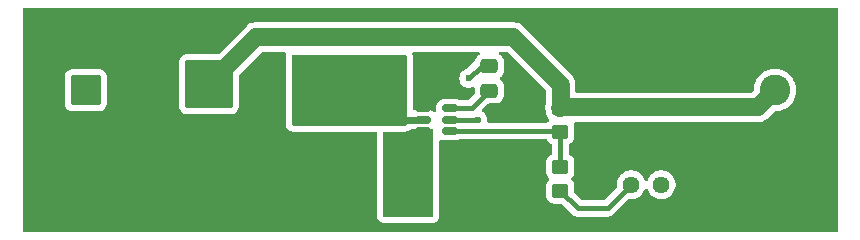
<source format=gbr>
%TF.GenerationSoftware,KiCad,Pcbnew,9.0.6*%
%TF.CreationDate,2026-01-20T00:14:11+05:30*%
%TF.ProjectId,buck_conv_lmr51430,6275636b-5f63-46f6-9e76-5f6c6d723531,rev?*%
%TF.SameCoordinates,Original*%
%TF.FileFunction,Copper,L1,Top*%
%TF.FilePolarity,Positive*%
%FSLAX46Y46*%
G04 Gerber Fmt 4.6, Leading zero omitted, Abs format (unit mm)*
G04 Created by KiCad (PCBNEW 9.0.6) date 2026-01-20 00:14:11*
%MOMM*%
%LPD*%
G01*
G04 APERTURE LIST*
G04 Aperture macros list*
%AMRoundRect*
0 Rectangle with rounded corners*
0 $1 Rounding radius*
0 $2 $3 $4 $5 $6 $7 $8 $9 X,Y pos of 4 corners*
0 Add a 4 corners polygon primitive as box body*
4,1,4,$2,$3,$4,$5,$6,$7,$8,$9,$2,$3,0*
0 Add four circle primitives for the rounded corners*
1,1,$1+$1,$2,$3*
1,1,$1+$1,$4,$5*
1,1,$1+$1,$6,$7*
1,1,$1+$1,$8,$9*
0 Add four rect primitives between the rounded corners*
20,1,$1+$1,$2,$3,$4,$5,0*
20,1,$1+$1,$4,$5,$6,$7,0*
20,1,$1+$1,$6,$7,$8,$9,0*
20,1,$1+$1,$8,$9,$2,$3,0*%
G04 Aperture macros list end*
%TA.AperFunction,SMDPad,CuDef*%
%ADD10RoundRect,0.150000X-0.512500X-0.150000X0.512500X-0.150000X0.512500X0.150000X-0.512500X0.150000X0*%
%TD*%
%TA.AperFunction,SMDPad,CuDef*%
%ADD11RoundRect,0.250000X-0.475000X0.337500X-0.475000X-0.337500X0.475000X-0.337500X0.475000X0.337500X0*%
%TD*%
%TA.AperFunction,SMDPad,CuDef*%
%ADD12RoundRect,0.250000X-0.337500X-0.475000X0.337500X-0.475000X0.337500X0.475000X-0.337500X0.475000X0*%
%TD*%
%TA.AperFunction,ComponentPad*%
%ADD13C,1.440000*%
%TD*%
%TA.AperFunction,ComponentPad*%
%ADD14RoundRect,0.250000X-1.050000X1.050000X-1.050000X-1.050000X1.050000X-1.050000X1.050000X1.050000X0*%
%TD*%
%TA.AperFunction,ComponentPad*%
%ADD15C,2.600000*%
%TD*%
%TA.AperFunction,SMDPad,CuDef*%
%ADD16RoundRect,0.250000X0.475000X-0.337500X0.475000X0.337500X-0.475000X0.337500X-0.475000X-0.337500X0*%
%TD*%
%TA.AperFunction,SMDPad,CuDef*%
%ADD17RoundRect,0.250000X-0.450000X0.350000X-0.450000X-0.350000X0.450000X-0.350000X0.450000X0.350000X0*%
%TD*%
%TA.AperFunction,SMDPad,CuDef*%
%ADD18RoundRect,0.250002X1.799998X1.799998X-1.799998X1.799998X-1.799998X-1.799998X1.799998X-1.799998X0*%
%TD*%
%TA.AperFunction,ComponentPad*%
%ADD19RoundRect,0.250000X1.050000X-1.050000X1.050000X1.050000X-1.050000X1.050000X-1.050000X-1.050000X0*%
%TD*%
%TA.AperFunction,ViaPad*%
%ADD20C,0.600000*%
%TD*%
%TA.AperFunction,Conductor*%
%ADD21C,0.400000*%
%TD*%
%TA.AperFunction,Conductor*%
%ADD22C,0.600000*%
%TD*%
%TA.AperFunction,Conductor*%
%ADD23C,1.500000*%
%TD*%
G04 APERTURE END LIST*
D10*
%TO.P,U1,1,GND*%
%TO.N,GND*%
X154362500Y-89050000D03*
%TO.P,U1,2,SW*%
%TO.N,/SW*%
X154362500Y-90000000D03*
%TO.P,U1,3,VIN*%
%TO.N,/VIN*%
X154362500Y-90950000D03*
%TO.P,U1,4,FB*%
%TO.N,/FB*%
X156637500Y-90950000D03*
%TO.P,U1,5,EN*%
%TO.N,/VIN*%
X156637500Y-90000000D03*
%TO.P,U1,6,CB*%
%TO.N,Net-(U1-CB)*%
X156637500Y-89050000D03*
%TD*%
D11*
%TO.P,C4,1*%
%TO.N,/VOUT*%
X172000000Y-88962500D03*
%TO.P,C4,2*%
%TO.N,GND*%
X172000000Y-91037500D03*
%TD*%
D12*
%TO.P,C2,1*%
%TO.N,/VIN*%
X154462500Y-94000000D03*
%TO.P,C2,2*%
%TO.N,GND*%
X156537500Y-94000000D03*
%TD*%
D13*
%TO.P,RV1,1,1*%
%TO.N,unconnected-(RV1-Pad1)*%
X174540000Y-95500000D03*
%TO.P,RV1,2,2*%
%TO.N,Net-(R2-Pad2)*%
X172000000Y-95500000D03*
%TO.P,RV1,3,3*%
%TO.N,GND*%
X169460000Y-95500000D03*
%TD*%
D14*
%TO.P,J1,1,Pin_1*%
%TO.N,/VIN*%
X125827500Y-87500000D03*
D15*
%TO.P,J1,2,Pin_2*%
%TO.N,GND*%
X125827500Y-92500000D03*
%TD*%
D16*
%TO.P,C3,1*%
%TO.N,Net-(U1-CB)*%
X160000000Y-87537500D03*
%TO.P,C3,2*%
%TO.N,/SW*%
X160000000Y-85462500D03*
%TD*%
D17*
%TO.P,R2,1*%
%TO.N,/FB*%
X166000000Y-94000000D03*
%TO.P,R2,2*%
%TO.N,Net-(R2-Pad2)*%
X166000000Y-96000000D03*
%TD*%
D11*
%TO.P,C6,1*%
%TO.N,/VOUT*%
X175000000Y-88962500D03*
%TO.P,C6,2*%
%TO.N,GND*%
X175000000Y-91037500D03*
%TD*%
D12*
%TO.P,C1,1*%
%TO.N,/VIN*%
X154462500Y-97000000D03*
%TO.P,C1,2*%
%TO.N,GND*%
X156537500Y-97000000D03*
%TD*%
D17*
%TO.P,R1,1*%
%TO.N,/VOUT*%
X166000000Y-89000000D03*
%TO.P,R1,2*%
%TO.N,/FB*%
X166000000Y-91000000D03*
%TD*%
D18*
%TO.P,L1,1,1*%
%TO.N,/SW*%
X145750000Y-87000000D03*
%TO.P,L1,2,2*%
%TO.N,/VOUT*%
X136250000Y-87000000D03*
%TD*%
D11*
%TO.P,C5,1*%
%TO.N,/VOUT*%
X168990000Y-88962500D03*
%TO.P,C5,2*%
%TO.N,GND*%
X168990000Y-91037500D03*
%TD*%
D19*
%TO.P,J2,1,Pin_1*%
%TO.N,GND*%
X184172500Y-92500000D03*
D15*
%TO.P,J2,2,Pin_2*%
%TO.N,/VOUT*%
X184172500Y-87500000D03*
%TD*%
D20*
%TO.N,GND*%
X187500000Y-97500000D03*
X130000000Y-87500000D03*
X187500000Y-90000000D03*
X127500000Y-97500000D03*
X154500000Y-86500000D03*
X158500000Y-94500000D03*
X175500000Y-92500000D03*
X174500000Y-92500000D03*
X140000000Y-95000000D03*
X155500000Y-86500000D03*
X187500000Y-85000000D03*
X130000000Y-95000000D03*
X187500000Y-82500000D03*
X163000000Y-89500000D03*
X159500000Y-94500000D03*
X172500000Y-82500000D03*
X175000000Y-85000000D03*
X122500000Y-97500000D03*
X137500000Y-97500000D03*
X122500000Y-87500000D03*
X140000000Y-87500000D03*
X172500000Y-85000000D03*
X156500000Y-86500000D03*
X125000000Y-97500000D03*
X182500000Y-82500000D03*
X132500000Y-82500000D03*
X145000000Y-97500000D03*
X122500000Y-92500000D03*
X162500000Y-97500000D03*
X162000000Y-87500000D03*
X130000000Y-82500000D03*
X132500000Y-90000000D03*
X140000000Y-90000000D03*
X165000000Y-97500000D03*
X180000000Y-92500000D03*
X122500000Y-85000000D03*
X180000000Y-85000000D03*
X187500000Y-95000000D03*
X159500000Y-93500000D03*
X158500000Y-96500000D03*
X142500000Y-95000000D03*
X155500000Y-87500000D03*
X142500000Y-90000000D03*
X156500000Y-87500000D03*
X167500000Y-85000000D03*
X158500000Y-97500000D03*
X165000000Y-82500000D03*
X142500000Y-87500000D03*
X130000000Y-97500000D03*
X185000000Y-82500000D03*
X177500000Y-82500000D03*
X158500000Y-92500000D03*
X182500000Y-85000000D03*
X145000000Y-95000000D03*
X170000000Y-85000000D03*
X168500000Y-92500000D03*
X177500000Y-92500000D03*
X158500000Y-93500000D03*
X140000000Y-97500000D03*
X132500000Y-97500000D03*
X169500000Y-92500000D03*
X130000000Y-85000000D03*
X185000000Y-97500000D03*
X170000000Y-82500000D03*
X175000000Y-82500000D03*
X182500000Y-97500000D03*
X187500000Y-92500000D03*
X135000000Y-97500000D03*
X135000000Y-82500000D03*
X135000000Y-95000000D03*
X147500000Y-97500000D03*
X171500000Y-92500000D03*
X177500000Y-85000000D03*
X122500000Y-90000000D03*
X180000000Y-82500000D03*
X132500000Y-87500000D03*
X127500000Y-82500000D03*
X163000000Y-87500000D03*
X162000000Y-88500000D03*
X122500000Y-95000000D03*
X132500000Y-95000000D03*
X142500000Y-97500000D03*
X122500000Y-82500000D03*
X125000000Y-82500000D03*
X159500000Y-92500000D03*
X172500000Y-92500000D03*
X132500000Y-85000000D03*
X187500000Y-87500000D03*
X167500000Y-82500000D03*
X162000000Y-89500000D03*
X137500000Y-95000000D03*
X163000000Y-88500000D03*
X154500000Y-87500000D03*
X147500000Y-95000000D03*
%TO.N,/VIN*%
X152500000Y-92000000D03*
X152500000Y-94000000D03*
X159000000Y-90000000D03*
X151500000Y-94000000D03*
X152500000Y-93000000D03*
X151500000Y-92000000D03*
X151500000Y-93000000D03*
%TO.N,/SW*%
X152500000Y-89000000D03*
X150500000Y-90000000D03*
X151500000Y-90000000D03*
X150500000Y-89000000D03*
X158250000Y-86500000D03*
X151500000Y-89000000D03*
X152500000Y-90000000D03*
%TD*%
D21*
%TO.N,Net-(U1-CB)*%
X160000000Y-87537500D02*
X158487500Y-89050000D01*
X158487500Y-89050000D02*
X156637500Y-89050000D01*
%TO.N,Net-(R2-Pad2)*%
X166000000Y-96000000D02*
X167500000Y-97500000D01*
X167500000Y-97500000D02*
X170000000Y-97500000D01*
X170000000Y-97500000D02*
X172000000Y-95500000D01*
%TO.N,/VIN*%
X156637500Y-90000000D02*
X159000000Y-90000000D01*
%TO.N,/SW*%
X158250000Y-86500000D02*
X159250000Y-85500000D01*
X159250000Y-85500000D02*
X159962500Y-85500000D01*
D22*
X152500000Y-90000000D02*
X154362500Y-90000000D01*
D21*
X159962500Y-85500000D02*
X160000000Y-85462500D01*
D23*
%TO.N,/VOUT*%
X166037500Y-88962500D02*
X166037500Y-87037500D01*
X166037500Y-88962500D02*
X166000000Y-89000000D01*
X182710000Y-88962500D02*
X175000000Y-88962500D01*
X175000000Y-88962500D02*
X172000000Y-88962500D01*
X184172500Y-87500000D02*
X182710000Y-88962500D01*
X162000000Y-83000000D02*
X140250000Y-83000000D01*
X140250000Y-83000000D02*
X136250000Y-87000000D01*
X168990000Y-88962500D02*
X166037500Y-88962500D01*
X166037500Y-87037500D02*
X162000000Y-83000000D01*
X172000000Y-88962500D02*
X168990000Y-88962500D01*
D21*
%TO.N,/FB*%
X165950000Y-90950000D02*
X156637500Y-90950000D01*
X166000000Y-91000000D02*
X165950000Y-90950000D01*
X166000000Y-91000000D02*
X166000000Y-94000000D01*
%TD*%
%TA.AperFunction,Conductor*%
%TO.N,/SW*%
G36*
X152943039Y-84519685D02*
G01*
X152988794Y-84572489D01*
X153000000Y-84624000D01*
X153000000Y-90376000D01*
X152980315Y-90443039D01*
X152927511Y-90488794D01*
X152876000Y-90500000D01*
X143374000Y-90500000D01*
X143365314Y-90497449D01*
X143356353Y-90498738D01*
X143332312Y-90487759D01*
X143306961Y-90480315D01*
X143301033Y-90473474D01*
X143292797Y-90469713D01*
X143278507Y-90447478D01*
X143261206Y-90427511D01*
X143258918Y-90416996D01*
X143255023Y-90410935D01*
X143250000Y-90376000D01*
X143250000Y-90305811D01*
X143259439Y-90258358D01*
X143269737Y-90233497D01*
X143300500Y-90078842D01*
X143300500Y-89921158D01*
X143300500Y-89921155D01*
X143300499Y-89921153D01*
X143269739Y-89766511D01*
X143269738Y-89766510D01*
X143269737Y-89766503D01*
X143259437Y-89741636D01*
X143250000Y-89694189D01*
X143250000Y-87805811D01*
X143259439Y-87758358D01*
X143269737Y-87733497D01*
X143300500Y-87578842D01*
X143300500Y-87421158D01*
X143300500Y-87421155D01*
X143300499Y-87421153D01*
X143269739Y-87266511D01*
X143269738Y-87266510D01*
X143269737Y-87266503D01*
X143259437Y-87241636D01*
X143250000Y-87194189D01*
X143250000Y-84624000D01*
X143269685Y-84556961D01*
X143322489Y-84511206D01*
X143374000Y-84500000D01*
X152876000Y-84500000D01*
X152943039Y-84519685D01*
G37*
%TD.AperFunction*%
%TD*%
%TA.AperFunction,Conductor*%
%TO.N,GND*%
G36*
X161497703Y-84270185D02*
G01*
X161518345Y-84286819D01*
X164750681Y-87519155D01*
X164784166Y-87580478D01*
X164787000Y-87606836D01*
X164787000Y-88666886D01*
X164781372Y-88702418D01*
X164781429Y-88702432D01*
X164781258Y-88703144D01*
X164780932Y-88705199D01*
X164780315Y-88707098D01*
X164780290Y-88707177D01*
X164749500Y-88901577D01*
X164749500Y-89098422D01*
X164780290Y-89292824D01*
X164793432Y-89333272D01*
X164799500Y-89371584D01*
X164799500Y-89400000D01*
X164799501Y-89400018D01*
X164810001Y-89502797D01*
X164810001Y-89502799D01*
X164865185Y-89669331D01*
X164865187Y-89669336D01*
X164900069Y-89725888D01*
X164941339Y-89792799D01*
X164957289Y-89818657D01*
X165050951Y-89912319D01*
X165054268Y-89918394D01*
X165059949Y-89922352D01*
X165070798Y-89948667D01*
X165084436Y-89973642D01*
X165083942Y-89980545D01*
X165086581Y-89986946D01*
X165081482Y-90014944D01*
X165079452Y-90043334D01*
X165075003Y-90050522D01*
X165074063Y-90055686D01*
X165058324Y-90077473D01*
X165053887Y-90084644D01*
X165052455Y-90086176D01*
X164957288Y-90181344D01*
X164945093Y-90201114D01*
X164936659Y-90210144D01*
X164916791Y-90221887D01*
X164899632Y-90237322D01*
X164885092Y-90240626D01*
X164876512Y-90245698D01*
X164864712Y-90245257D01*
X164846042Y-90249500D01*
X159917649Y-90249500D01*
X159850610Y-90229815D01*
X159804855Y-90177011D01*
X159794911Y-90107853D01*
X159796031Y-90101310D01*
X159800500Y-90078841D01*
X159800500Y-89921155D01*
X159800499Y-89921153D01*
X159780111Y-89818656D01*
X159769737Y-89766503D01*
X159729619Y-89669648D01*
X159709397Y-89620827D01*
X159709390Y-89620814D01*
X159621789Y-89489711D01*
X159621786Y-89489707D01*
X159510292Y-89378213D01*
X159510288Y-89378210D01*
X159419908Y-89317820D01*
X159375103Y-89264208D01*
X159366396Y-89194883D01*
X159396550Y-89131856D01*
X159401099Y-89127056D01*
X159866338Y-88661818D01*
X159927661Y-88628333D01*
X159954019Y-88625499D01*
X160525002Y-88625499D01*
X160525008Y-88625499D01*
X160627797Y-88614999D01*
X160794334Y-88559814D01*
X160943656Y-88467712D01*
X161067712Y-88343656D01*
X161159814Y-88194334D01*
X161214999Y-88027797D01*
X161225500Y-87925009D01*
X161225499Y-87149992D01*
X161225294Y-87147989D01*
X161214999Y-87047203D01*
X161214998Y-87047200D01*
X161202767Y-87010289D01*
X161159814Y-86880666D01*
X161067712Y-86731344D01*
X160943656Y-86607288D01*
X160940819Y-86605538D01*
X160939283Y-86603830D01*
X160937989Y-86602807D01*
X160938163Y-86602585D01*
X160894096Y-86553594D01*
X160882872Y-86484632D01*
X160910713Y-86420549D01*
X160940817Y-86394462D01*
X160943656Y-86392712D01*
X161067712Y-86268656D01*
X161159814Y-86119334D01*
X161214999Y-85952797D01*
X161225500Y-85850009D01*
X161225499Y-85074992D01*
X161222660Y-85047204D01*
X161214999Y-84972203D01*
X161214998Y-84972200D01*
X161206815Y-84947506D01*
X161159814Y-84805666D01*
X161067712Y-84656344D01*
X160943656Y-84532288D01*
X160858945Y-84480038D01*
X160812222Y-84428091D01*
X160800999Y-84359128D01*
X160828843Y-84295046D01*
X160886911Y-84256190D01*
X160924043Y-84250500D01*
X161430664Y-84250500D01*
X161497703Y-84270185D01*
G37*
%TD.AperFunction*%
%TA.AperFunction,Conductor*%
G36*
X159142996Y-84270185D02*
G01*
X159188751Y-84322989D01*
X159198695Y-84392147D01*
X159169670Y-84455703D01*
X159141055Y-84480038D01*
X159138552Y-84481582D01*
X159056342Y-84532289D01*
X158932289Y-84656342D01*
X158840187Y-84805663D01*
X158840186Y-84805666D01*
X158793184Y-84947506D01*
X158763159Y-84996182D01*
X158055412Y-85703929D01*
X158015184Y-85730809D01*
X157870823Y-85790604D01*
X157870814Y-85790609D01*
X157739711Y-85878210D01*
X157739707Y-85878213D01*
X157628213Y-85989707D01*
X157628210Y-85989711D01*
X157540609Y-86120814D01*
X157540602Y-86120827D01*
X157480264Y-86266498D01*
X157480261Y-86266510D01*
X157449500Y-86421153D01*
X157449500Y-86578846D01*
X157480261Y-86733489D01*
X157480264Y-86733501D01*
X157540602Y-86879172D01*
X157540609Y-86879185D01*
X157628210Y-87010288D01*
X157628213Y-87010292D01*
X157739707Y-87121786D01*
X157739711Y-87121789D01*
X157870814Y-87209390D01*
X157870827Y-87209397D01*
X158016498Y-87269735D01*
X158016503Y-87269737D01*
X158132413Y-87292793D01*
X158171153Y-87300499D01*
X158171156Y-87300500D01*
X158171158Y-87300500D01*
X158328844Y-87300500D01*
X158328845Y-87300499D01*
X158483497Y-87269737D01*
X158550631Y-87241929D01*
X158603048Y-87220218D01*
X158672517Y-87212749D01*
X158734996Y-87244024D01*
X158770648Y-87304113D01*
X158774500Y-87334779D01*
X158774500Y-87720980D01*
X158754815Y-87788019D01*
X158738181Y-87808661D01*
X158233662Y-88313181D01*
X158172339Y-88346666D01*
X158145981Y-88349500D01*
X157530969Y-88349500D01*
X157467848Y-88332232D01*
X157410396Y-88298255D01*
X157410393Y-88298254D01*
X157252573Y-88252402D01*
X157252567Y-88252401D01*
X157215701Y-88249500D01*
X157215694Y-88249500D01*
X156059306Y-88249500D01*
X156059298Y-88249500D01*
X156022432Y-88252401D01*
X156022426Y-88252402D01*
X155864606Y-88298254D01*
X155864603Y-88298255D01*
X155723137Y-88381917D01*
X155723129Y-88381923D01*
X155606923Y-88498129D01*
X155606917Y-88498137D01*
X155523255Y-88639603D01*
X155523254Y-88639606D01*
X155477402Y-88797426D01*
X155477401Y-88797432D01*
X155474500Y-88834298D01*
X155474500Y-89232104D01*
X155454815Y-89299143D01*
X155402011Y-89344898D01*
X155332853Y-89354842D01*
X155284502Y-89334330D01*
X155283580Y-89335890D01*
X155162371Y-89264208D01*
X155135398Y-89248256D01*
X155135397Y-89248255D01*
X155135396Y-89248255D01*
X155135393Y-89248254D01*
X154977573Y-89202402D01*
X154977567Y-89202401D01*
X154940701Y-89199500D01*
X154940694Y-89199500D01*
X154441342Y-89199500D01*
X153629500Y-89199500D01*
X153562461Y-89179815D01*
X153516706Y-89127011D01*
X153505500Y-89075500D01*
X153505500Y-84624010D01*
X153505500Y-84624000D01*
X153493947Y-84516544D01*
X153482741Y-84465033D01*
X153468145Y-84421181D01*
X153465642Y-84413659D01*
X153463149Y-84343833D01*
X153498802Y-84283745D01*
X153561281Y-84252470D01*
X153583297Y-84250500D01*
X159075957Y-84250500D01*
X159142996Y-84270185D01*
G37*
%TD.AperFunction*%
%TA.AperFunction,Conductor*%
G36*
X189442539Y-80520185D02*
G01*
X189488294Y-80572989D01*
X189499500Y-80624500D01*
X189499500Y-99375500D01*
X189479815Y-99442539D01*
X189427011Y-99488294D01*
X189375500Y-99499500D01*
X120624500Y-99499500D01*
X120557461Y-99479815D01*
X120511706Y-99427011D01*
X120500500Y-99375500D01*
X120500500Y-86399983D01*
X124027000Y-86399983D01*
X124027000Y-88600001D01*
X124027001Y-88600018D01*
X124037500Y-88702796D01*
X124037501Y-88702799D01*
X124092685Y-88869331D01*
X124092687Y-88869336D01*
X124112577Y-88901583D01*
X124184788Y-89018656D01*
X124308844Y-89142712D01*
X124458166Y-89234814D01*
X124624703Y-89289999D01*
X124727491Y-89300500D01*
X126927508Y-89300499D01*
X126940783Y-89299143D01*
X127002622Y-89292826D01*
X127030297Y-89289999D01*
X127196834Y-89234814D01*
X127346156Y-89142712D01*
X127470212Y-89018656D01*
X127562314Y-88869334D01*
X127617499Y-88702797D01*
X127628000Y-88600009D01*
X127627999Y-86399992D01*
X127617499Y-86297203D01*
X127562314Y-86130666D01*
X127470212Y-85981344D01*
X127346156Y-85857288D01*
X127239324Y-85791394D01*
X127196836Y-85765187D01*
X127196831Y-85765185D01*
X127195362Y-85764698D01*
X127030297Y-85710001D01*
X127030295Y-85710000D01*
X126927510Y-85699500D01*
X124727498Y-85699500D01*
X124727481Y-85699501D01*
X124624703Y-85710000D01*
X124624700Y-85710001D01*
X124458168Y-85765185D01*
X124458163Y-85765187D01*
X124308842Y-85857289D01*
X124184789Y-85981342D01*
X124092687Y-86130663D01*
X124092685Y-86130668D01*
X124088462Y-86143412D01*
X124037501Y-86297203D01*
X124037501Y-86297204D01*
X124037500Y-86297204D01*
X124027000Y-86399983D01*
X120500500Y-86399983D01*
X120500500Y-85149985D01*
X133699500Y-85149985D01*
X133699500Y-88849999D01*
X133699501Y-88850016D01*
X133710000Y-88952795D01*
X133710001Y-88952798D01*
X133731825Y-89018657D01*
X133765186Y-89119333D01*
X133857289Y-89268655D01*
X133981345Y-89392711D01*
X134130667Y-89484814D01*
X134297204Y-89539999D01*
X134399993Y-89550500D01*
X138100006Y-89550499D01*
X138202796Y-89539999D01*
X138369333Y-89484814D01*
X138518655Y-89392711D01*
X138642711Y-89268655D01*
X138734814Y-89119333D01*
X138789999Y-88952796D01*
X138800500Y-88850007D01*
X138800499Y-86269334D01*
X138820184Y-86202296D01*
X138836813Y-86181659D01*
X140731655Y-84286819D01*
X140792978Y-84253334D01*
X140819336Y-84250500D01*
X142667252Y-84250500D01*
X142734291Y-84270185D01*
X142780046Y-84322989D01*
X142789990Y-84392147D01*
X142785399Y-84410143D01*
X142785910Y-84410293D01*
X142784663Y-84414537D01*
X142784662Y-84414541D01*
X142777132Y-84440186D01*
X142764976Y-84481582D01*
X142759949Y-84516549D01*
X142744502Y-84623990D01*
X142744500Y-84624001D01*
X142744500Y-87194187D01*
X142754210Y-87292793D01*
X142754210Y-87292798D01*
X142763649Y-87340251D01*
X142763651Y-87340259D01*
X142777433Y-87385694D01*
X142780389Y-87397494D01*
X142792617Y-87458963D01*
X142795000Y-87483156D01*
X142795000Y-87516840D01*
X142792617Y-87541034D01*
X142780387Y-87602511D01*
X142777432Y-87614309D01*
X142763652Y-87659738D01*
X142754211Y-87707202D01*
X142744500Y-87805813D01*
X142744500Y-89694187D01*
X142754210Y-89792793D01*
X142754210Y-89792798D01*
X142763649Y-89840251D01*
X142763651Y-89840259D01*
X142777433Y-89885694D01*
X142780389Y-89897494D01*
X142792617Y-89958963D01*
X142795000Y-89983156D01*
X142795000Y-90016840D01*
X142792617Y-90041034D01*
X142780387Y-90102511D01*
X142777432Y-90114309D01*
X142763652Y-90159738D01*
X142754211Y-90207202D01*
X142744500Y-90305813D01*
X142744500Y-90376001D01*
X142749645Y-90447943D01*
X142754667Y-90482877D01*
X142767257Y-90540750D01*
X142769997Y-90553341D01*
X142782447Y-90580604D01*
X142801384Y-90637497D01*
X142825720Y-90675366D01*
X142829406Y-90683437D01*
X142829408Y-90683441D01*
X142829768Y-90684231D01*
X142829770Y-90684234D01*
X142864246Y-90737879D01*
X142864256Y-90737893D01*
X142867547Y-90743013D01*
X142867550Y-90743018D01*
X142871162Y-90747186D01*
X142873932Y-90750914D01*
X142874315Y-90751953D01*
X142878719Y-90757836D01*
X142879167Y-90758534D01*
X142879172Y-90758541D01*
X142885382Y-90765707D01*
X142885384Y-90765710D01*
X142893322Y-90774872D01*
X142895685Y-90777599D01*
X142895690Y-90777604D01*
X142924930Y-90811349D01*
X142924933Y-90811351D01*
X142924936Y-90811355D01*
X142925578Y-90811911D01*
X142938091Y-90824423D01*
X142961775Y-90851753D01*
X142992182Y-90871293D01*
X143006339Y-90881890D01*
X143033663Y-90905566D01*
X143064922Y-90919841D01*
X143066557Y-90920588D01*
X143078392Y-90926784D01*
X143080251Y-90927888D01*
X143082816Y-90929537D01*
X143091052Y-90933298D01*
X143122322Y-90947578D01*
X143122322Y-90947579D01*
X143146191Y-90958479D01*
X143146381Y-90958567D01*
X143146394Y-90958572D01*
X143147198Y-90958808D01*
X143163806Y-90965002D01*
X143164540Y-90965337D01*
X143189891Y-90972781D01*
X143189891Y-90972780D01*
X143222869Y-90982463D01*
X143222869Y-90982464D01*
X143230713Y-90984767D01*
X143231539Y-90985017D01*
X143231580Y-90985023D01*
X143231584Y-90985024D01*
X143232448Y-90985148D01*
X143249735Y-90988907D01*
X143284446Y-90999097D01*
X143320577Y-90999094D01*
X143338216Y-91000355D01*
X143374000Y-91005500D01*
X150370500Y-91005500D01*
X150437539Y-91025185D01*
X150483294Y-91077989D01*
X150494500Y-91129500D01*
X150494500Y-98126000D01*
X150494501Y-98126009D01*
X150506052Y-98233450D01*
X150506054Y-98233462D01*
X150517260Y-98284972D01*
X150551383Y-98387497D01*
X150551386Y-98387503D01*
X150629171Y-98508537D01*
X150629179Y-98508548D01*
X150674923Y-98561340D01*
X150674926Y-98561343D01*
X150674930Y-98561347D01*
X150783664Y-98655567D01*
X150783667Y-98655568D01*
X150783668Y-98655569D01*
X150877925Y-98698616D01*
X150914541Y-98715338D01*
X150981580Y-98735023D01*
X150981584Y-98735024D01*
X151124000Y-98755500D01*
X151124003Y-98755500D01*
X155125990Y-98755500D01*
X155126000Y-98755500D01*
X155233456Y-98743947D01*
X155284967Y-98732741D01*
X155319197Y-98721347D01*
X155387497Y-98698616D01*
X155387501Y-98698613D01*
X155387504Y-98698613D01*
X155508543Y-98620825D01*
X155561347Y-98575070D01*
X155655567Y-98466336D01*
X155715338Y-98335459D01*
X155735023Y-98268420D01*
X155735024Y-98268416D01*
X155755500Y-98126000D01*
X155755500Y-91835199D01*
X155775185Y-91768160D01*
X155827989Y-91722405D01*
X155897147Y-91712461D01*
X155914089Y-91716121D01*
X156022431Y-91747598D01*
X156059306Y-91750500D01*
X156059314Y-91750500D01*
X157215686Y-91750500D01*
X157215694Y-91750500D01*
X157252569Y-91747598D01*
X157252571Y-91747597D01*
X157252573Y-91747597D01*
X157294191Y-91735505D01*
X157410398Y-91701744D01*
X157467848Y-91667767D01*
X157530969Y-91650500D01*
X164784362Y-91650500D01*
X164851401Y-91670185D01*
X164889899Y-91709401D01*
X164957288Y-91818656D01*
X165081344Y-91942712D01*
X165230666Y-92034814D01*
X165230667Y-92034814D01*
X165236813Y-92038605D01*
X165235706Y-92040399D01*
X165280337Y-92079687D01*
X165299500Y-92145908D01*
X165299500Y-92854091D01*
X165279815Y-92921130D01*
X165235731Y-92959641D01*
X165236813Y-92961395D01*
X165230667Y-92965185D01*
X165230666Y-92965186D01*
X165132419Y-93025784D01*
X165081342Y-93057289D01*
X164957289Y-93181342D01*
X164865187Y-93330663D01*
X164865186Y-93330666D01*
X164810001Y-93497203D01*
X164810001Y-93497204D01*
X164810000Y-93497204D01*
X164799500Y-93599983D01*
X164799500Y-94400001D01*
X164799501Y-94400019D01*
X164810000Y-94502796D01*
X164810001Y-94502799D01*
X164865185Y-94669331D01*
X164865187Y-94669336D01*
X164957289Y-94818657D01*
X165050951Y-94912319D01*
X165084436Y-94973642D01*
X165079452Y-95043334D01*
X165050951Y-95087681D01*
X164957289Y-95181342D01*
X164865187Y-95330663D01*
X164865186Y-95330666D01*
X164810001Y-95497203D01*
X164810001Y-95497204D01*
X164810000Y-95497204D01*
X164799500Y-95599983D01*
X164799500Y-96400001D01*
X164799501Y-96400019D01*
X164810000Y-96502796D01*
X164810001Y-96502799D01*
X164865185Y-96669331D01*
X164865187Y-96669336D01*
X164885462Y-96702207D01*
X164957288Y-96818656D01*
X165081344Y-96942712D01*
X165230666Y-97034814D01*
X165397203Y-97089999D01*
X165499991Y-97100500D01*
X166058480Y-97100499D01*
X166125519Y-97120183D01*
X166146161Y-97136818D01*
X166955886Y-97946542D01*
X167053455Y-98044111D01*
X167053459Y-98044115D01*
X167168182Y-98120771D01*
X167168186Y-98120773D01*
X167168189Y-98120775D01*
X167242866Y-98151707D01*
X167295671Y-98173580D01*
X167322591Y-98178934D01*
X167419630Y-98198237D01*
X167431006Y-98200500D01*
X167431007Y-98200500D01*
X170068996Y-98200500D01*
X170177412Y-98178934D01*
X170204328Y-98173580D01*
X170268069Y-98147177D01*
X170331807Y-98120777D01*
X170331808Y-98120776D01*
X170331811Y-98120775D01*
X170446543Y-98044114D01*
X171743775Y-96746880D01*
X171805096Y-96713397D01*
X171850847Y-96712090D01*
X171903945Y-96720500D01*
X171903947Y-96720500D01*
X172096054Y-96720500D01*
X172096055Y-96720500D01*
X172285801Y-96690447D01*
X172468509Y-96631082D01*
X172639681Y-96543865D01*
X172795102Y-96430945D01*
X172930945Y-96295102D01*
X173043865Y-96139681D01*
X173131082Y-95968509D01*
X173131084Y-95968504D01*
X173152069Y-95903919D01*
X173191506Y-95846243D01*
X173255864Y-95819044D01*
X173324711Y-95830958D01*
X173376187Y-95878202D01*
X173387931Y-95903919D01*
X173408915Y-95968504D01*
X173408918Y-95968509D01*
X173496135Y-96139681D01*
X173609055Y-96295102D01*
X173744898Y-96430945D01*
X173900319Y-96543865D01*
X174071491Y-96631082D01*
X174071493Y-96631083D01*
X174162845Y-96660764D01*
X174254199Y-96690447D01*
X174443945Y-96720500D01*
X174443946Y-96720500D01*
X174636054Y-96720500D01*
X174636055Y-96720500D01*
X174825801Y-96690447D01*
X175008509Y-96631082D01*
X175179681Y-96543865D01*
X175335102Y-96430945D01*
X175470945Y-96295102D01*
X175583865Y-96139681D01*
X175671082Y-95968509D01*
X175730447Y-95785801D01*
X175760500Y-95596055D01*
X175760500Y-95403945D01*
X175730447Y-95214199D01*
X175700424Y-95121797D01*
X175671083Y-95031493D01*
X175641606Y-94973642D01*
X175583865Y-94860319D01*
X175470945Y-94704898D01*
X175335102Y-94569055D01*
X175179681Y-94456135D01*
X175069548Y-94400019D01*
X175008506Y-94368916D01*
X174825802Y-94309553D01*
X174730928Y-94294526D01*
X174636055Y-94279500D01*
X174443945Y-94279500D01*
X174380696Y-94289517D01*
X174254197Y-94309553D01*
X174071493Y-94368916D01*
X173900318Y-94456135D01*
X173811645Y-94520560D01*
X173744898Y-94569055D01*
X173744896Y-94569057D01*
X173744895Y-94569057D01*
X173609057Y-94704895D01*
X173609057Y-94704896D01*
X173609055Y-94704898D01*
X173560560Y-94771645D01*
X173496135Y-94860318D01*
X173408916Y-95031493D01*
X173387931Y-95096081D01*
X173348494Y-95153756D01*
X173284135Y-95180955D01*
X173215289Y-95169041D01*
X173163813Y-95121797D01*
X173152069Y-95096081D01*
X173131083Y-95031493D01*
X173101606Y-94973642D01*
X173043865Y-94860319D01*
X172930945Y-94704898D01*
X172795102Y-94569055D01*
X172639681Y-94456135D01*
X172529548Y-94400019D01*
X172468506Y-94368916D01*
X172285802Y-94309553D01*
X172190928Y-94294526D01*
X172096055Y-94279500D01*
X171903945Y-94279500D01*
X171840696Y-94289517D01*
X171714197Y-94309553D01*
X171531493Y-94368916D01*
X171360318Y-94456135D01*
X171271645Y-94520560D01*
X171204898Y-94569055D01*
X171204896Y-94569057D01*
X171204895Y-94569057D01*
X171069057Y-94704895D01*
X171069057Y-94704896D01*
X171069055Y-94704898D01*
X171020560Y-94771645D01*
X170956135Y-94860318D01*
X170868916Y-95031493D01*
X170809553Y-95214197D01*
X170779500Y-95403945D01*
X170779500Y-95596059D01*
X170787908Y-95649146D01*
X170778953Y-95718440D01*
X170753116Y-95756225D01*
X169746162Y-96763181D01*
X169684839Y-96796666D01*
X169658481Y-96799500D01*
X167841518Y-96799500D01*
X167774479Y-96779815D01*
X167753837Y-96763181D01*
X167236818Y-96246162D01*
X167203333Y-96184839D01*
X167200499Y-96158481D01*
X167200499Y-95599998D01*
X167200498Y-95599981D01*
X167189999Y-95497203D01*
X167189998Y-95497200D01*
X167159096Y-95403945D01*
X167134814Y-95330666D01*
X167042712Y-95181344D01*
X166949049Y-95087681D01*
X166915564Y-95026358D01*
X166920548Y-94956666D01*
X166949049Y-94912319D01*
X167042712Y-94818656D01*
X167134814Y-94669334D01*
X167189999Y-94502797D01*
X167200500Y-94400009D01*
X167200499Y-93599992D01*
X167189999Y-93497203D01*
X167134814Y-93330666D01*
X167042712Y-93181344D01*
X166918656Y-93057288D01*
X166769334Y-92965186D01*
X166769332Y-92965185D01*
X166763187Y-92961395D01*
X166764290Y-92959605D01*
X166719649Y-92920290D01*
X166700500Y-92854091D01*
X166700500Y-92145908D01*
X166720185Y-92078869D01*
X166764271Y-92040363D01*
X166763187Y-92038605D01*
X166769332Y-92034814D01*
X166769334Y-92034814D01*
X166918656Y-91942712D01*
X167042712Y-91818656D01*
X167134814Y-91669334D01*
X167189999Y-91502797D01*
X167200500Y-91400009D01*
X167200499Y-90599992D01*
X167198518Y-90580604D01*
X167189999Y-90497203D01*
X167185252Y-90482877D01*
X167149837Y-90376001D01*
X167147435Y-90306176D01*
X167183166Y-90246134D01*
X167245687Y-90214941D01*
X167267543Y-90213000D01*
X182808422Y-90213000D01*
X183002826Y-90182209D01*
X183071978Y-90159740D01*
X183190026Y-90121384D01*
X183365405Y-90032024D01*
X183524646Y-89916328D01*
X184104155Y-89336819D01*
X184165478Y-89303334D01*
X184191836Y-89300500D01*
X184290504Y-89300500D01*
X184290511Y-89300500D01*
X184524514Y-89269693D01*
X184752493Y-89208606D01*
X184970549Y-89118284D01*
X185174950Y-89000273D01*
X185362199Y-88856592D01*
X185529092Y-88689699D01*
X185672773Y-88502450D01*
X185787955Y-88302947D01*
X185790780Y-88298056D01*
X185790780Y-88298055D01*
X185790784Y-88298049D01*
X185881106Y-88079993D01*
X185942193Y-87852014D01*
X185973000Y-87618011D01*
X185973000Y-87381989D01*
X185942193Y-87147986D01*
X185881106Y-86920007D01*
X185790784Y-86701951D01*
X185790782Y-86701948D01*
X185790780Y-86701943D01*
X185736130Y-86607288D01*
X185672773Y-86497550D01*
X185529092Y-86310301D01*
X185529087Y-86310295D01*
X185362204Y-86143412D01*
X185362197Y-86143406D01*
X185174954Y-85999730D01*
X185174953Y-85999729D01*
X185174950Y-85999727D01*
X185093457Y-85952677D01*
X184970556Y-85881719D01*
X184970545Y-85881714D01*
X184752493Y-85791394D01*
X184524510Y-85730306D01*
X184290520Y-85699501D01*
X184290517Y-85699500D01*
X184290511Y-85699500D01*
X184054489Y-85699500D01*
X184054483Y-85699500D01*
X184054479Y-85699501D01*
X183820489Y-85730306D01*
X183592506Y-85791394D01*
X183374454Y-85881714D01*
X183374443Y-85881719D01*
X183170045Y-85999730D01*
X182982802Y-86143406D01*
X182982795Y-86143412D01*
X182815912Y-86310295D01*
X182815906Y-86310302D01*
X182672230Y-86497545D01*
X182672227Y-86497549D01*
X182672227Y-86497550D01*
X182667712Y-86505370D01*
X182554219Y-86701943D01*
X182554214Y-86701954D01*
X182463894Y-86920006D01*
X182402806Y-87147989D01*
X182372001Y-87381979D01*
X182372000Y-87381995D01*
X182372000Y-87480664D01*
X182363355Y-87510104D01*
X182356832Y-87540091D01*
X182353077Y-87545106D01*
X182352315Y-87547703D01*
X182335681Y-87568345D01*
X182228345Y-87675681D01*
X182167022Y-87709166D01*
X182140664Y-87712000D01*
X167412000Y-87712000D01*
X167344961Y-87692315D01*
X167299206Y-87639511D01*
X167288000Y-87588000D01*
X167288000Y-86939083D01*
X167278512Y-86879179D01*
X167257209Y-86744673D01*
X167237445Y-86683848D01*
X167196384Y-86557475D01*
X167107024Y-86382095D01*
X166991328Y-86222854D01*
X166852146Y-86083672D01*
X162814646Y-82046172D01*
X162655405Y-81930476D01*
X162480030Y-81841117D01*
X162292826Y-81780290D01*
X162098422Y-81749500D01*
X162098417Y-81749500D01*
X140348416Y-81749500D01*
X140151583Y-81749500D01*
X140151578Y-81749500D01*
X139957172Y-81780291D01*
X139896348Y-81800053D01*
X139896348Y-81800054D01*
X139853103Y-81814105D01*
X139769970Y-81841117D01*
X139594594Y-81930476D01*
X139503741Y-81996485D01*
X139435354Y-82046172D01*
X139435352Y-82046174D01*
X139435351Y-82046174D01*
X137068343Y-84413181D01*
X137007020Y-84446666D01*
X136980662Y-84449500D01*
X134400000Y-84449500D01*
X134399983Y-84449501D01*
X134297204Y-84460000D01*
X134297201Y-84460001D01*
X134130669Y-84515185D01*
X134130664Y-84515187D01*
X133981343Y-84607290D01*
X133857290Y-84731343D01*
X133765187Y-84880664D01*
X133765186Y-84880667D01*
X133710001Y-85047204D01*
X133710001Y-85047205D01*
X133710000Y-85047205D01*
X133699500Y-85149985D01*
X120500500Y-85149985D01*
X120500500Y-80624500D01*
X120520185Y-80557461D01*
X120572989Y-80511706D01*
X120624500Y-80500500D01*
X189375500Y-80500500D01*
X189442539Y-80520185D01*
G37*
%TD.AperFunction*%
%TD*%
%TA.AperFunction,Conductor*%
%TO.N,/VIN*%
G36*
X155161274Y-90764724D02*
G01*
X155219944Y-90802666D01*
X155248788Y-90866304D01*
X155250000Y-90883601D01*
X155250000Y-98126000D01*
X155230315Y-98193039D01*
X155177511Y-98238794D01*
X155126000Y-98250000D01*
X151124000Y-98250000D01*
X151056961Y-98230315D01*
X151011206Y-98177511D01*
X151000000Y-98126000D01*
X151000000Y-91129500D01*
X151019685Y-91062461D01*
X151072489Y-91016706D01*
X151124000Y-91005500D01*
X152875990Y-91005500D01*
X152876000Y-91005500D01*
X152983456Y-90993947D01*
X153034967Y-90982741D01*
X153069197Y-90971347D01*
X153137497Y-90948616D01*
X153137501Y-90948613D01*
X153137504Y-90948613D01*
X153258543Y-90870825D01*
X153304749Y-90830786D01*
X153368305Y-90801762D01*
X153385952Y-90800500D01*
X154940686Y-90800500D01*
X154940694Y-90800500D01*
X154977569Y-90797598D01*
X155091405Y-90764525D01*
X155161274Y-90764724D01*
G37*
%TD.AperFunction*%
%TD*%
M02*

</source>
